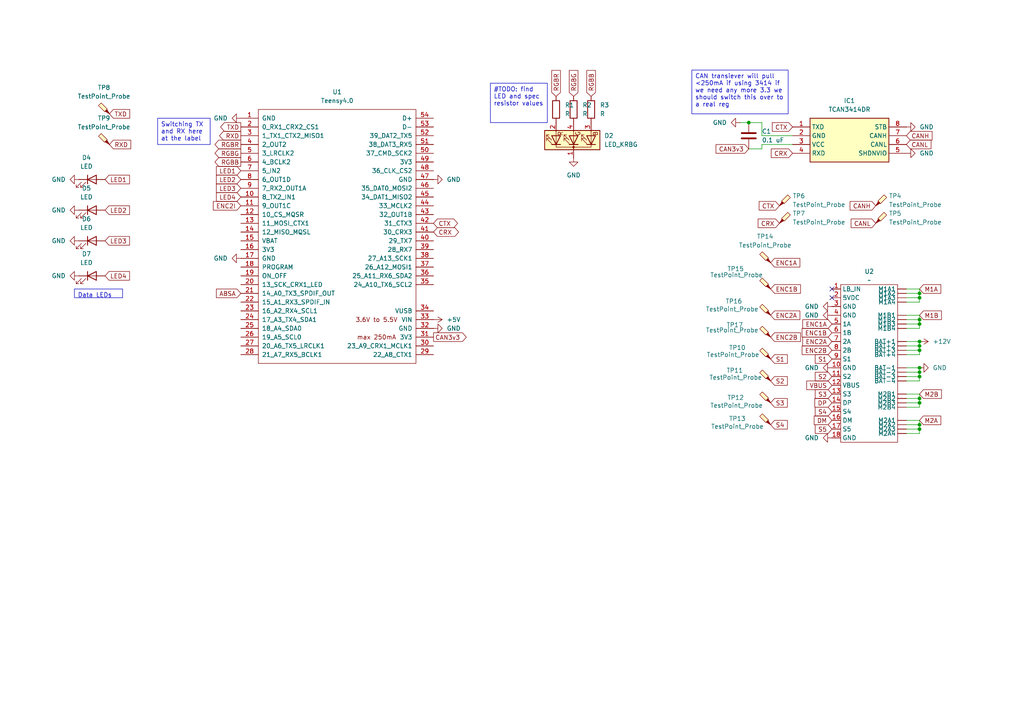
<source format=kicad_sch>
(kicad_sch (version 20231120) (generator "eeschema") (generator_version "8.0")
  (paper "A4")
  (lib_symbols
    (symbol "Connector:TestPoint_Probe" (pin_numbers hide) (pin_names (offset 0.762) hide)
      (property "Reference" "TP" (at 1.651 5.842 0))
      (property "Value" "TestPoint_Probe" (at 1.651 4.064 0))
      (symbol "TestPoint_Probe_0_1"
        (polyline (pts (xy 1.27 0.762) (xy 0 0) (xy 0.762 1.27) (xy 1.27 0.762)) (fill (type outline)))
        (polyline (pts (xy 1.397 0.635) (xy 0.635 1.397) (xy 2.413 3.175) (xy 3.175 2.413) (xy 1.397 0.635)) (fill (type background)))
      )
      (symbol "TestPoint_Probe_1_1"
        (pin passive line (at 0 0 90) (length 0) (name "1") (number "1"))
      )
    )
    (symbol "Device:C" (pin_numbers hide) (pin_names (offset 0.254))
      (property "Reference" "C" (at 0.635 2.54 0))
      (property "Value" "C" (at 0.635 -2.54 0))
      (symbol "C_0_1"
        (polyline (pts (xy -2.032 -0.762) (xy 2.032 -0.762)) (stroke (width 0.508)))
        (polyline (pts (xy -2.032 0.762) (xy 2.032 0.762)) (stroke (width 0.508)))
      )
      (symbol "C_1_1"
        (pin passive line (at 0 3.81 270) (length 2.794) (name "~") (number "1"))
        (pin passive line (at 0 -3.81 90) (length 2.794) (name "~") (number "2"))
      )
    )
    (symbol "Device:LED" (pin_numbers hide) (pin_names (offset 1.016) hide)
      (property "Reference" "D" (at 0 2.54 0))
      (property "Value" "LED" (at 0 -2.54 0))
      (symbol "LED_0_1"
        (polyline (pts (xy -1.27 -1.27) (xy -1.27 1.27)) (stroke (width 0.254)))
        (polyline (pts (xy -1.27 0) (xy 1.27 0)))
        (polyline (pts (xy 1.27 -1.27) (xy 1.27 1.27) (xy -1.27 0) (xy 1.27 -1.27)) (stroke (width 0.254)))
        (polyline (pts (xy -3.048 -0.762) (xy -4.572 -2.286) (xy -3.81 -2.286) (xy -4.572 -2.286) (xy -4.572 -1.524)))
        (polyline (pts (xy -1.778 -0.762) (xy -3.302 -2.286) (xy -2.54 -2.286) (xy -3.302 -2.286) (xy -3.302 -1.524)))
      )
      (symbol "LED_1_1"
        (pin passive line (at -3.81 0 0) (length 2.54) (name "K") (number "1"))
        (pin passive line (at 3.81 0 180) (length 2.54) (name "A") (number "2"))
      )
    )
    (symbol "Device:LED_KRBG" (pin_names (offset 0) hide)
      (property "Reference" "D" (at 0 9.398 0))
      (property "Value" "LED_KRBG" (at 0 -8.89 0))
      (symbol "LED_KRBG_0_0"
        (text "B" (at 1.905 -6.35 0) (effects (font (size 1.27 1.27))))
        (text "G" (at 1.905 -1.27 0) (effects (font (size 1.27 1.27))))
        (text "R" (at 1.905 3.81 0) (effects (font (size 1.27 1.27))))
      )
      (symbol "LED_KRBG_0_1"
        (circle (center -2.032 0) (radius 0.254) (fill (type outline)))
        (polyline (pts (xy -1.27 -5.08) (xy 1.27 -5.08)))
        (polyline (pts (xy -1.27 -3.81) (xy -1.27 -6.35)) (stroke (width 0.254)))
        (polyline (pts (xy -1.27 0) (xy -2.54 0)))
        (polyline (pts (xy -1.27 1.27) (xy -1.27 -1.27)) (stroke (width 0.254)))
        (polyline (pts (xy -1.27 5.08) (xy 1.27 5.08)))
        (polyline (pts (xy -1.27 6.35) (xy -1.27 3.81)) (stroke (width 0.254)))
        (polyline (pts (xy 1.27 -5.08) (xy 2.54 -5.08)))
        (polyline (pts (xy 1.27 0) (xy -1.27 0)))
        (polyline (pts (xy 1.27 0) (xy 2.54 0)))
        (polyline (pts (xy 1.27 5.08) (xy 2.54 5.08)))
        (polyline (pts (xy -1.27 1.27) (xy -1.27 -1.27) (xy -1.27 -1.27)))
        (polyline (pts (xy -1.27 6.35) (xy -1.27 3.81) (xy -1.27 3.81)))
        (polyline (pts (xy -1.27 5.08) (xy -2.032 5.08) (xy -2.032 -5.08) (xy -1.016 -5.08)))
        (polyline (pts (xy 1.27 -3.81) (xy 1.27 -6.35) (xy -1.27 -5.08) (xy 1.27 -3.81)) (stroke (width 0.254)))
        (polyline (pts (xy 1.27 1.27) (xy 1.27 -1.27) (xy -1.27 0) (xy 1.27 1.27)) (stroke (width 0.254)))
        (polyline (pts (xy 1.27 6.35) (xy 1.27 3.81) (xy -1.27 5.08) (xy 1.27 6.35)) (stroke (width 0.254)))
        (polyline (pts (xy -1.016 -3.81) (xy 0.508 -2.286) (xy -0.254 -2.286) (xy 0.508 -2.286) (xy 0.508 -3.048)))
        (polyline (pts (xy -1.016 1.27) (xy 0.508 2.794) (xy -0.254 2.794) (xy 0.508 2.794) (xy 0.508 2.032)))
        (polyline (pts (xy -1.016 6.35) (xy 0.508 7.874) (xy -0.254 7.874) (xy 0.508 7.874) (xy 0.508 7.112)))
        (polyline (pts (xy 0 -3.81) (xy 1.524 -2.286) (xy 0.762 -2.286) (xy 1.524 -2.286) (xy 1.524 -3.048)))
        (polyline (pts (xy 0 1.27) (xy 1.524 2.794) (xy 0.762 2.794) (xy 1.524 2.794) (xy 1.524 2.032)))
        (polyline (pts (xy 0 6.35) (xy 1.524 7.874) (xy 0.762 7.874) (xy 1.524 7.874) (xy 1.524 7.112)))
        (rectangle (start 1.27 -1.27) (end 1.27 1.27))
        (rectangle (start 1.27 1.27) (end 1.27 1.27))
        (rectangle (start 1.27 3.81) (end 1.27 6.35))
        (rectangle (start 1.27 6.35) (end 1.27 6.35))
        (rectangle (start 2.794 8.382) (end -2.794 -7.62) (stroke (width 0.254)) (fill (type background)))
      )
      (symbol "LED_KRBG_1_1"
        (pin passive line (at -5.08 0 0) (length 2.54) (name "K") (number "1"))
        (pin passive line (at 5.08 5.08 180) (length 2.54) (name "RA") (number "2"))
        (pin passive line (at 5.08 -5.08 180) (length 2.54) (name "BA") (number "3"))
        (pin passive line (at 5.08 0 180) (length 2.54) (name "GA") (number "4"))
      )
    )
    (symbol "Device:R" (pin_numbers hide) (pin_names (offset 0))
      (property "Reference" "R" (at 2.032 0 90))
      (property "Value" "R" (at 0 0 90))
      (symbol "R_0_1"
        (rectangle (start -1.016 -2.54) (end 1.016 2.54) (stroke (width 0.254)))
      )
      (symbol "R_1_1"
        (pin passive line (at 0 3.81 270) (length 1.27) (name "~") (number "1"))
        (pin passive line (at 0 -3.81 90) (length 1.27) (name "~") (number "2"))
      )
    )
    (symbol "TCAN3414DR:TCAN3414DR"
      (property "Reference" "IC" (at 29.21 7.62 0))
      (property "Value" "TCAN3414DR" (at 29.21 5.08 0))
      (symbol "TCAN3414DR_1_1"
        (rectangle (start 5.08 2.54) (end 27.94 -10.16) (stroke (width 0.254)) (fill (type background)))
        (pin passive line (at 0 0 0) (length 5.08) (name "TXD") (number "1"))
        (pin passive line (at 0 -2.54 0) (length 5.08) (name "GND") (number "2"))
        (pin passive line (at 0 -5.08 0) (length 5.08) (name "VCC") (number "3"))
        (pin passive line (at 0 -7.62 0) (length 5.08) (name "RXD") (number "4"))
        (pin passive line (at 33.02 -7.62 180) (length 5.08) (name "SHDNVIO") (number "5"))
        (pin passive line (at 33.02 -5.08 180) (length 5.08) (name "CANL") (number "6"))
        (pin passive line (at 33.02 -2.54 180) (length 5.08) (name "CANH") (number "7"))
        (pin passive line (at 33.02 0 180) (length 5.08) (name "STB") (number "8"))
      )
    )
    (symbol "power:+12V" (power) (pin_numbers hide) (pin_names (offset 0) hide)
      (property "Value" "+12V" (at 0 3.556 0))
      (symbol "+12V_0_1"
        (polyline (pts (xy -0.762 1.27) (xy 0 2.54)))
        (polyline (pts (xy 0 0) (xy 0 2.54)))
        (polyline (pts (xy 0 2.54) (xy 0.762 1.27)))
      )
      (symbol "+12V_1_1"
        (pin power_in line (at 0 0 90) (length 0) (name "~") (number "1"))
      )
    )
    (symbol "power:+5V" (power) (pin_numbers hide) (pin_names (offset 0) hide)
      (property "Value" "+5V" (at 0 3.556 0))
      (symbol "+5V_0_1"
        (polyline (pts (xy -0.762 1.27) (xy 0 2.54)))
        (polyline (pts (xy 0 0) (xy 0 2.54)))
        (polyline (pts (xy 0 2.54) (xy 0.762 1.27)))
      )
      (symbol "+5V_1_1"
        (pin power_in line (at 0 0 90) (length 0) (name "~") (number "1"))
      )
    )
    (symbol "power:GND" (power) (pin_numbers hide) (pin_names (offset 0) hide)
      (property "Value" "GND" (at 0 -3.81 0))
      (symbol "GND_0_1"
        (polyline (pts (xy 0 0) (xy 0 -1.27) (xy 1.27 -1.27) (xy 0 -2.54) (xy -1.27 -1.27) (xy 0 -1.27)))
      )
      (symbol "GND_1_1"
        (pin power_in line (at 0 0 270) (length 0) (name "~") (number "1"))
      )
    )
    (symbol "roboclaw:Roboclaw"
      (property "Reference" "U" (at -1.524 -1.27 0))
      (symbol "Roboclaw_0_1"
        (rectangle (start -7.62 -2.54) (end 8.89 -48.26))
      )
      (symbol "Roboclaw_1_1"
        (pin power_in line (at 11.43 -19.05 180) (length 2.54) (name "BAT+1") (number ""))
        (pin power_in line (at 11.43 -20.32 180) (length 2.54) (name "BAT+2") (number ""))
        (pin power_in line (at 11.43 -21.59 180) (length 2.54) (name "BAT+3") (number ""))
        (pin power_in line (at 11.43 -22.86 180) (length 2.54) (name "BAT+4") (number ""))
        (pin power_in line (at 11.43 -26.67 180) (length 2.54) (name "BAT-1") (number ""))
        (pin power_in line (at 11.43 -27.94 180) (length 2.54) (name "BAT-2") (number ""))
        (pin power_in line (at 11.43 -29.21 180) (length 2.54) (name "BAT-3") (number ""))
        (pin power_in line (at 11.43 -30.48 180) (length 2.54) (name "BAT-4") (number ""))
        (pin output line (at 11.43 -3.81 180) (length 2.54) (name "M1A1") (number ""))
        (pin output line (at 11.43 -5.08 180) (length 2.54) (name "M1A2") (number ""))
        (pin output line (at 11.43 -6.35 180) (length 2.54) (name "M1A3") (number ""))
        (pin output line (at 11.43 -7.62 180) (length 2.54) (name "M1A4") (number ""))
        (pin output line (at 11.43 -11.43 180) (length 2.54) (name "M1B1") (number ""))
        (pin output line (at 11.43 -12.7 180) (length 2.54) (name "M1B2") (number ""))
        (pin output line (at 11.43 -13.97 180) (length 2.54) (name "M1B3") (number ""))
        (pin output line (at 11.43 -15.24 180) (length 2.54) (name "M1B4") (number ""))
        (pin output line (at 11.43 -41.91 180) (length 2.54) (name "M2A1") (number ""))
        (pin output line (at 11.43 -43.18 180) (length 2.54) (name "M2A2") (number ""))
        (pin output line (at 11.43 -44.45 180) (length 2.54) (name "M2A3") (number ""))
        (pin output line (at 11.43 -45.72 180) (length 2.54) (name "M2A4") (number ""))
        (pin output line (at 11.43 -34.29 180) (length 2.54) (name "M2B1") (number ""))
        (pin output line (at 11.43 -35.56 180) (length 2.54) (name "M2B2") (number ""))
        (pin output line (at 11.43 -36.83 180) (length 2.54) (name "M2B3") (number ""))
        (pin output line (at 11.43 -38.1 180) (length 2.54) (name "M2B4") (number ""))
        (pin input line (at -10.16 -3.81 0) (length 2.54) (name "LB_IN") (number "1"))
        (pin input line (at -10.16 -26.67 0) (length 2.54) (name "GND") (number "10"))
        (pin input line (at -10.16 -29.21 0) (length 2.54) (name "S2") (number "11"))
        (pin input line (at -10.16 -31.75 0) (length 2.54) (name "VBUS") (number "12"))
        (pin input line (at -10.16 -34.29 0) (length 2.54) (name "S3") (number "13"))
        (pin input line (at -10.16 -36.83 0) (length 2.54) (name "DP") (number "14"))
        (pin input line (at -10.16 -39.37 0) (length 2.54) (name "S4") (number "15"))
        (pin input line (at -10.16 -41.91 0) (length 2.54) (name "DM") (number "16"))
        (pin input line (at -10.16 -44.45 0) (length 2.54) (name "S5") (number "17"))
        (pin input line (at -10.16 -46.99 0) (length 2.54) (name "GND") (number "18"))
        (pin power_out line (at -10.16 -6.35 0) (length 2.54) (name "5VDC") (number "2"))
        (pin power_out line (at -10.16 -8.89 0) (length 2.54) (name "GND") (number "3"))
        (pin power_out line (at -10.16 -11.43 0) (length 2.54) (name "GND") (number "4"))
        (pin input line (at -10.16 -13.97 0) (length 2.54) (name "1A") (number "5"))
        (pin input line (at -10.16 -16.51 0) (length 2.54) (name "1B") (number "6"))
        (pin input line (at -10.16 -19.05 0) (length 2.54) (name "2A") (number "7"))
        (pin input line (at -10.16 -21.59 0) (length 2.54) (name "2B") (number "8"))
        (pin input line (at -10.16 -24.13 0) (length 2.54) (name "S1") (number "9"))
      )
    )
    (symbol "teensy:Teensy4.0" (pin_names (offset 1.016))
      (property "Reference" "U" (at 0 39.37 0))
      (property "Value" "Teensy4.0" (at 0 -39.37 0))
      (symbol "Teensy4.0_0_0"
        (text "3.6V to 5.5V" (at 11.43 -24.13 0) (effects (font (size 1.27 1.27))))
        (text "max 250mA" (at 11.43 -29.21 0) (effects (font (size 1.27 1.27))))
        (pin bidirectional line (at -27.94 11.43 0) (length 5.08) (name "8_TX2_IN1") (number "10"))
        (pin bidirectional line (at -27.94 8.89 0) (length 5.08) (name "9_OUT1C") (number "11"))
        (pin bidirectional line (at -27.94 6.35 0) (length 5.08) (name "10_CS_MQSR") (number "12"))
        (pin bidirectional line (at -27.94 3.81 0) (length 5.08) (name "11_MOSI_CTX1") (number "13"))
        (pin bidirectional line (at -27.94 1.27 0) (length 5.08) (name "12_MISO_MQSL") (number "14"))
        (pin power_in line (at -27.94 -1.27 0) (length 5.08) (name "VBAT") (number "15"))
        (pin power_in line (at -27.94 -3.81 0) (length 5.08) (name "3V3") (number "16"))
        (pin power_in line (at -27.94 -6.35 0) (length 5.08) (name "GND") (number "17"))
        (pin input line (at -27.94 -8.89 0) (length 5.08) (name "PROGRAM") (number "18"))
        (pin input line (at -27.94 -11.43 0) (length 5.08) (name "ON_OFF") (number "19"))
        (pin bidirectional line (at -27.94 -13.97 0) (length 5.08) (name "13_SCK_CRX1_LED") (number "20"))
        (pin bidirectional line (at -27.94 -16.51 0) (length 5.08) (name "14_A0_TX3_SPDIF_OUT") (number "21"))
        (pin bidirectional line (at -27.94 -19.05 0) (length 5.08) (name "15_A1_RX3_SPDIF_IN") (number "22"))
        (pin bidirectional line (at -27.94 -21.59 0) (length 5.08) (name "16_A2_RX4_SCL1") (number "23"))
        (pin bidirectional line (at -27.94 -24.13 0) (length 5.08) (name "17_A3_TX4_SDA1") (number "24"))
        (pin bidirectional line (at -27.94 -26.67 0) (length 5.08) (name "18_A4_SDA0") (number "25"))
        (pin bidirectional line (at -27.94 -29.21 0) (length 5.08) (name "19_A5_SCL0") (number "26"))
        (pin bidirectional line (at -27.94 -31.75 0) (length 5.08) (name "20_A6_TX5_LRCLK1") (number "27"))
        (pin bidirectional line (at -27.94 -34.29 0) (length 5.08) (name "21_A7_RX5_BCLK1") (number "28"))
        (pin bidirectional line (at 27.94 -34.29 180) (length 5.08) (name "22_A8_CTX1") (number "29"))
        (pin bidirectional line (at 27.94 -31.75 180) (length 5.08) (name "23_A9_CRX1_MCLK1") (number "30"))
        (pin power_out line (at 27.94 -29.21 180) (length 5.08) (name "3V3") (number "31"))
        (pin power_in line (at 27.94 -26.67 180) (length 5.08) (name "GND") (number "32"))
        (pin power_in line (at 27.94 -24.13 180) (length 5.08) (name "VIN") (number "33"))
        (pin power_out line (at 27.94 -21.59 180) (length 5.08) (name "VUSB") (number "34"))
        (pin bidirectional line (at 27.94 -13.97 180) (length 5.08) (name "24_A10_TX6_SCL2") (number "35"))
        (pin bidirectional line (at 27.94 -11.43 180) (length 5.08) (name "25_A11_RX6_SDA2") (number "36"))
        (pin bidirectional line (at 27.94 -8.89 180) (length 5.08) (name "26_A12_MOSI1") (number "37"))
        (pin bidirectional line (at 27.94 -6.35 180) (length 5.08) (name "27_A13_SCK1") (number "38"))
        (pin bidirectional line (at 27.94 -3.81 180) (length 5.08) (name "28_RX7") (number "39"))
        (pin bidirectional line (at 27.94 -1.27 180) (length 5.08) (name "29_TX7") (number "40"))
        (pin bidirectional line (at 27.94 1.27 180) (length 5.08) (name "30_CRX3") (number "41"))
        (pin bidirectional line (at 27.94 3.81 180) (length 5.08) (name "31_CTX3") (number "42"))
        (pin bidirectional line (at 27.94 6.35 180) (length 5.08) (name "32_OUT1B") (number "43"))
        (pin bidirectional line (at 27.94 8.89 180) (length 5.08) (name "33_MCLK2") (number "44"))
        (pin bidirectional line (at 27.94 11.43 180) (length 5.08) (name "34_DAT1_MISO2") (number "45"))
        (pin bidirectional line (at 27.94 13.97 180) (length 5.08) (name "35_DAT0_MOSI2") (number "46"))
        (pin power_out line (at 27.94 16.51 180) (length 5.08) (name "GND") (number "47"))
        (pin bidirectional line (at 27.94 19.05 180) (length 5.08) (name "36_CLK_CS2") (number "48"))
        (pin power_out line (at 27.94 21.59 180) (length 5.08) (name "3V3") (number "49"))
        (pin bidirectional line (at -27.94 24.13 0) (length 5.08) (name "3_LRCLK2") (number "5"))
        (pin bidirectional line (at 27.94 24.13 180) (length 5.08) (name "37_CMD_SCK2") (number "50"))
        (pin bidirectional line (at 27.94 26.67 180) (length 5.08) (name "38_DAT3_RX5") (number "51"))
        (pin bidirectional line (at 27.94 29.21 180) (length 5.08) (name "39_DAT2_TX5") (number "52"))
        (pin bidirectional line (at 27.94 31.75 180) (length 5.08) (name "D-") (number "53"))
        (pin bidirectional line (at 27.94 34.29 180) (length 5.08) (name "D+") (number "54"))
        (pin bidirectional line (at -27.94 21.59 0) (length 5.08) (name "4_BCLK2") (number "6"))
        (pin bidirectional line (at -27.94 19.05 0) (length 5.08) (name "5_IN2") (number "7"))
        (pin bidirectional line (at -27.94 16.51 0) (length 5.08) (name "6_OUT1D") (number "8"))
        (pin bidirectional line (at -27.94 13.97 0) (length 5.08) (name "7_RX2_OUT1A") (number "9"))
      )
      (symbol "Teensy4.0_0_1"
        (rectangle (start -22.86 36.83) (end 22.86 -36.83))
        (rectangle (start -20.32 -31.75) (end -20.32 -31.75))
      )
      (symbol "Teensy4.0_1_1"
        (pin power_in line (at -27.94 34.29 0) (length 5.08) (name "GND") (number "1"))
        (pin bidirectional line (at -27.94 31.75 0) (length 5.08) (name "0_RX1_CRX2_CS1") (number "2"))
        (pin bidirectional line (at -27.94 29.21 0) (length 5.08) (name "1_TX1_CTX2_MISO1") (number "3"))
        (pin bidirectional line (at -27.94 26.67 0) (length 5.08) (name "2_OUT2") (number "4"))
      )
    )
  )
  (junction (at 217.17 35.56))
  (junction (at 266.7 86.36))
  (junction (at 266.7 107.95))
  (junction (at 266.7 100.33))
  (junction (at 266.7 101.6))
  (junction (at 266.7 123.19))
  (junction (at 266.7 85.09))
  (junction (at 266.7 109.22))
  (junction (at 266.7 106.68))
  (junction (at 266.7 124.46))
  (junction (at 266.7 116.84))
  (junction (at 266.7 115.57))
  (junction (at 266.7 99.06))
  (junction (at 266.7 92.71))
  (junction (at 266.7 93.98))
  (no_connect (at 241.3 83.82))
  (no_connect (at 241.3 86.36))
  (wire (pts (xy 262.89 121.92) (xy 266.7 121.92)))
  (wire (pts (xy 262.89 91.44) (xy 266.7 91.44)))
  (wire (pts (xy 262.89 123.19) (xy 266.7 123.19)))
  (wire (pts (xy 266.7 86.36) (xy 266.7 87.63)))
  (wire (pts (xy 220.98 41.91) (xy 229.87 41.91)))
  (wire (pts (xy 266.7 123.19) (xy 266.7 124.46)))
  (wire (pts (xy 262.89 92.71) (xy 266.7 92.71)))
  (wire (pts (xy 217.17 35.56) (xy 220.98 35.56)))
  (wire (pts (xy 262.89 116.84) (xy 266.7 116.84)))
  (wire (pts (xy 266.7 116.84) (xy 266.7 118.11)))
  (wire (pts (xy 266.7 114.3) (xy 266.7 115.57)))
  (wire (pts (xy 266.7 93.98) (xy 266.7 95.25)))
  (wire (pts (xy 262.89 125.73) (xy 266.7 125.73)))
  (wire (pts (xy 262.89 118.11) (xy 266.7 118.11)))
  (wire (pts (xy 262.89 99.06) (xy 266.7 99.06)))
  (wire (pts (xy 262.89 93.98) (xy 266.7 93.98)))
  (wire (pts (xy 266.7 107.95) (xy 266.7 109.22)))
  (wire (pts (xy 266.7 121.92) (xy 266.7 123.19)))
  (wire (pts (xy 266.7 100.33) (xy 266.7 101.6)))
  (wire (pts (xy 266.7 124.46) (xy 266.7 125.73)))
  (wire (pts (xy 262.89 102.87) (xy 266.7 102.87)))
  (wire (pts (xy 262.89 107.95) (xy 266.7 107.95)))
  (wire (pts (xy 262.89 83.82) (xy 266.7 83.82)))
  (wire (pts (xy 262.89 106.68) (xy 266.7 106.68)))
  (wire (pts (xy 262.89 124.46) (xy 266.7 124.46)))
  (wire (pts (xy 262.89 87.63) (xy 266.7 87.63)))
  (wire (pts (xy 266.7 115.57) (xy 266.7 116.84)))
  (wire (pts (xy 266.7 99.06) (xy 266.7 100.33)))
  (wire (pts (xy 262.89 115.57) (xy 266.7 115.57)))
  (wire (pts (xy 220.98 39.37) (xy 229.87 39.37)))
  (wire (pts (xy 262.89 114.3) (xy 266.7 114.3)))
  (wire (pts (xy 262.89 86.36) (xy 266.7 86.36)))
  (wire (pts (xy 214.63 35.56) (xy 217.17 35.56)))
  (wire (pts (xy 266.7 109.22) (xy 266.7 110.49)))
  (wire (pts (xy 266.7 83.82) (xy 266.7 85.09)))
  (wire (pts (xy 220.98 35.56) (xy 220.98 39.37)))
  (wire (pts (xy 217.17 43.18) (xy 220.98 43.18)))
  (wire (pts (xy 262.89 110.49) (xy 266.7 110.49)))
  (wire (pts (xy 262.89 85.09) (xy 266.7 85.09)))
  (wire (pts (xy 262.89 95.25) (xy 266.7 95.25)))
  (wire (pts (xy 262.89 109.22) (xy 266.7 109.22)))
  (wire (pts (xy 266.7 92.71) (xy 266.7 93.98)))
  (wire (pts (xy 266.7 91.44) (xy 266.7 92.71)))
  (wire (pts (xy 266.7 106.68) (xy 266.7 107.95)))
  (wire (pts (xy 266.7 85.09) (xy 266.7 86.36)))
  (wire (pts (xy 266.7 101.6) (xy 266.7 102.87)))
  (wire (pts (xy 262.89 101.6) (xy 266.7 101.6)))
  (wire (pts (xy 262.89 100.33) (xy 266.7 100.33)))
  (wire (pts (xy 220.98 43.18) (xy 220.98 41.91)))
  (text_box "CAN transiever will pull <250mA if using 3414 if we need any more 3.3 we should switch this over to a real reg\n" (at 200.66 20.32 0) (size 27.94 12.7) (effects (font (size 1.27 1.27)) (justify left top)))
  (text_box "Data LEDs" (at 21.59 83.82 0) (size 13.97 2.54) (effects (font (size 1.27 1.27)) (justify left top)))
  (text_box "Switching TX and RX here at the label" (exclude_from_sim yes) (at 45.72 34.29 0) (size 15.24 7.62) (effects (font (size 1.27 1.27)) (justify left top)))
  (text_box "#TODO: find LED and spec resistor values\n" (at 142.24 24.13 0) (size 16.51 11.43) (effects (font (size 1.27 1.27)) (justify left top)))
  (global_label "S2" (shape input) (at 223.52 110.49 0) (property "Intersheetrefs" "${INTERSHEET_REFS}" (effects (hide yes))))
  (global_label "RXD" (shape output) (at 69.85 39.37 180) (property "Intersheetrefs" "${INTERSHEET_REFS}" (effects (hide yes))))
  (global_label "CTX" (shape input) (at 226.06 59.69 180) (property "Intersheetrefs" "${INTERSHEET_REFS}" (effects (hide yes))))
  (global_label "RGBG" (shape output) (at 69.85 44.45 180) (property "Intersheetrefs" "${INTERSHEET_REFS}" (effects (hide yes))))
  (global_label "CTX" (shape bidirectional) (at 125.73 64.77 0) (property "Intersheetrefs" "${INTERSHEET_REFS}" (effects (hide yes))))
  (global_label "CRX" (shape input) (at 229.87 44.45 180) (property "Intersheetrefs" "${INTERSHEET_REFS}" (effects (hide yes))))
  (global_label "LED2" (shape input) (at 69.85 52.07 180) (property "Intersheetrefs" "${INTERSHEET_REFS}" (effects (hide yes))))
  (global_label "ENC2B" (shape input) (at 241.3 101.6 180) (property "Intersheetrefs" "${INTERSHEET_REFS}" (effects (hide yes))))
  (global_label "RGBR" (shape output) (at 69.85 41.91 180) (property "Intersheetrefs" "${INTERSHEET_REFS}" (effects (hide yes))))
  (global_label "CTX" (shape input) (at 229.87 36.83 180) (property "Intersheetrefs" "${INTERSHEET_REFS}" (effects (hide yes))))
  (global_label "DP" (shape input) (at 241.3 116.84 180) (property "Intersheetrefs" "${INTERSHEET_REFS}" (effects (hide yes))))
  (global_label "CAN3v3" (shape input) (at 217.17 43.18 180) (property "Intersheetrefs" "${INTERSHEET_REFS}" (effects (hide yes))))
  (global_label "RGBR" (shape input) (at 161.29 27.94 90) (property "Intersheetrefs" "${INTERSHEET_REFS}" (effects (hide yes))))
  (global_label "S2" (shape input) (at 241.3 109.22 180) (property "Intersheetrefs" "${INTERSHEET_REFS}" (effects (hide yes))))
  (global_label "M2B" (shape input) (at 266.7 114.3 0) (property "Intersheetrefs" "${INTERSHEET_REFS}" (effects (hide yes))))
  (global_label "LED4" (shape input) (at 69.85 57.15 180) (property "Intersheetrefs" "${INTERSHEET_REFS}" (effects (hide yes))))
  (global_label "CANL" (shape input) (at 262.89 41.91 0) (property "Intersheetrefs" "${INTERSHEET_REFS}" (effects (hide yes))))
  (global_label "LED3" (shape input) (at 30.48 69.85 0) (property "Intersheetrefs" "${INTERSHEET_REFS}" (effects (hide yes))))
  (global_label "LED3" (shape input) (at 69.85 54.61 180) (property "Intersheetrefs" "${INTERSHEET_REFS}" (effects (hide yes))))
  (global_label "TXD" (shape output) (at 69.85 36.83 180) (property "Intersheetrefs" "${INTERSHEET_REFS}" (effects (hide yes))))
  (global_label "M2A" (shape input) (at 266.7 121.92 0) (property "Intersheetrefs" "${INTERSHEET_REFS}" (effects (hide yes))))
  (global_label "TXD" (shape input) (at 31.75 33.02 0) (property "Intersheetrefs" "${INTERSHEET_REFS}" (effects (hide yes))))
  (global_label "RGBB" (shape output) (at 69.85 46.99 180) (property "Intersheetrefs" "${INTERSHEET_REFS}" (effects (hide yes))))
  (global_label "S1" (shape input) (at 241.3 104.14 180) (property "Intersheetrefs" "${INTERSHEET_REFS}" (effects (hide yes))))
  (global_label "CANH" (shape input) (at 262.89 39.37 0) (property "Intersheetrefs" "${INTERSHEET_REFS}" (effects (hide yes))))
  (global_label "M1A" (shape input) (at 266.7 83.82 0) (property "Intersheetrefs" "${INTERSHEET_REFS}" (effects (hide yes))))
  (global_label "ENC2I" (shape input) (at 69.85 59.69 180) (property "Intersheetrefs" "${INTERSHEET_REFS}" (effects (hide yes))))
  (global_label "ENC2A" (shape input) (at 223.52 91.44 0) (property "Intersheetrefs" "${INTERSHEET_REFS}" (effects (hide yes))))
  (global_label "ENC2B" (shape input) (at 223.52 97.79 0) (property "Intersheetrefs" "${INTERSHEET_REFS}" (effects (hide yes))))
  (global_label "CRX" (shape input) (at 226.06 64.77 180) (property "Intersheetrefs" "${INTERSHEET_REFS}" (effects (hide yes))))
  (global_label "DM" (shape input) (at 241.3 121.92 180) (property "Intersheetrefs" "${INTERSHEET_REFS}" (effects (hide yes))))
  (global_label "ABSA" (shape input) (at 69.85 85.09 180) (property "Intersheetrefs" "${INTERSHEET_REFS}" (effects (hide yes))))
  (global_label "ENC2A" (shape input) (at 241.3 99.06 180) (property "Intersheetrefs" "${INTERSHEET_REFS}" (effects (hide yes))))
  (global_label "LED1" (shape input) (at 69.85 49.53 180) (property "Intersheetrefs" "${INTERSHEET_REFS}" (effects (hide yes))))
  (global_label "LED1" (shape input) (at 30.48 52.07 0) (property "Intersheetrefs" "${INTERSHEET_REFS}" (effects (hide yes))))
  (global_label "S4" (shape input) (at 241.3 119.38 180) (property "Intersheetrefs" "${INTERSHEET_REFS}" (effects (hide yes))))
  (global_label "S3" (shape input) (at 241.3 114.3 180) (property "Intersheetrefs" "${INTERSHEET_REFS}" (effects (hide yes))))
  (global_label "S5" (shape input) (at 241.3 124.46 180) (property "Intersheetrefs" "${INTERSHEET_REFS}" (effects (hide yes))))
  (global_label "M1B" (shape input) (at 266.7 91.44 0) (property "Intersheetrefs" "${INTERSHEET_REFS}" (effects (hide yes))))
  (global_label "CANH" (shape input) (at 254 59.69 180) (property "Intersheetrefs" "${INTERSHEET_REFS}" (effects (hide yes))))
  (global_label "ENC1A" (shape input) (at 241.3 93.98 180) (property "Intersheetrefs" "${INTERSHEET_REFS}" (effects (hide yes))))
  (global_label "LED2" (shape input) (at 30.48 60.96 0) (property "Intersheetrefs" "${INTERSHEET_REFS}" (effects (hide yes))))
  (global_label "RGBB" (shape input) (at 171.45 27.94 90) (property "Intersheetrefs" "${INTERSHEET_REFS}" (effects (hide yes))))
  (global_label "ENC1B" (shape input) (at 223.52 83.82 0) (property "Intersheetrefs" "${INTERSHEET_REFS}" (effects (hide yes))))
  (global_label "ENC1B" (shape input) (at 241.3 96.52 180) (property "Intersheetrefs" "${INTERSHEET_REFS}" (effects (hide yes))))
  (global_label "RGBG" (shape input) (at 166.37 27.94 90) (property "Intersheetrefs" "${INTERSHEET_REFS}" (effects (hide yes))))
  (global_label "CRX" (shape bidirectional) (at 125.73 67.31 0) (property "Intersheetrefs" "${INTERSHEET_REFS}" (effects (hide yes))))
  (global_label "CAN3v3" (shape output) (at 125.73 97.79 0) (property "Intersheetrefs" "${INTERSHEET_REFS}" (effects (hide yes))))
  (global_label "VBUS" (shape input) (at 241.3 111.76 180) (property "Intersheetrefs" "${INTERSHEET_REFS}" (effects (hide yes))))
  (global_label "RXD" (shape input) (at 31.75 41.91 0) (property "Intersheetrefs" "${INTERSHEET_REFS}" (effects (hide yes))))
  (global_label "S3" (shape input) (at 223.52 116.84 0) (property "Intersheetrefs" "${INTERSHEET_REFS}" (effects (hide yes))))
  (global_label "ENC1A" (shape input) (at 223.52 76.2 0) (property "Intersheetrefs" "${INTERSHEET_REFS}" (effects (hide yes))))
  (global_label "LED4" (shape input) (at 30.48 80.01 0) (property "Intersheetrefs" "${INTERSHEET_REFS}" (effects (hide yes))))
  (global_label "S1" (shape input) (at 223.52 104.14 0) (property "Intersheetrefs" "${INTERSHEET_REFS}" (effects (hide yes))))
  (global_label "CANL" (shape input) (at 254 64.77 180) (property "Intersheetrefs" "${INTERSHEET_REFS}" (effects (hide yes))))
  (global_label "S4" (shape input) (at 223.52 123.19 0) (property "Intersheetrefs" "${INTERSHEET_REFS}" (effects (hide yes))))
  (symbol (lib_id "power:GND") (at 262.89 36.83 90) (unit 1)
    (property "Reference" "#PWR07" (effects (hide yes)))
    (property "Value" "GND" (at 266.7 36.8299 90) (effects (justify right)))
    (property "Description" "Power symbol creates a global label with name \"GND\" , ground" (effects (hide yes)))
  )
  (symbol (lib_id "TCAN3414DR:TCAN3414DR") (at 229.87 36.83 0) (unit 1)
    (property "Reference" "IC1" (at 246.38 29.21 0))
    (property "Value" "TCAN3414DR" (at 246.38 31.75 0))
    (property "Footprint" "SOIC127P600X175-8N" (effects (hide yes)))
    (property "Datasheet" "https://www.ti.com/lit/ds/symlink/tcan3414.pdf?ts=1713723144569&ref_url=https%253A%252F%252Fwww.mouser.ch%252F" (effects (hide yes)))
    (property "Description" "3.3-V CAN FD transceiver with shut-down and standby mode" (effects (hide yes)))
    (property "Height" "1.75" (effects (hide yes)))
    (property "Mouser Part Number" "595-TCAN3414DR" (effects (hide yes)))
    (property "Mouser Price/Stock" "https://www.mouser.co.uk/ProductDetail/Texas-Instruments/TCAN3414DR?qs=mELouGlnn3egF2AojRJddw%3D%3D" (effects (hide yes)))
    (property "Manufacturer_Name" "Texas Instruments" (effects (hide yes)))
    (property "Manufacturer_Part_Number" "TCAN3414DR" (effects (hide yes)))
  )
  (symbol (lib_id "Device:R") (at 171.45 31.75 0) (unit 1)
    (property "Reference" "R3" (at 173.99 30.4799 0) (effects (justify left)))
    (property "Value" "R" (at 173.99 33.0199 0) (effects (justify left)))
    (property "Description" "Resistor" (effects (hide yes)))
  )
  (symbol (lib_id "power:+5V") (at 125.73 92.71 270) (unit 1)
    (property "Reference" "#PWR013" (effects (hide yes)))
    (property "Value" "+5V" (at 129.54 92.7099 90) (effects (justify left)))
    (property "Description" "Power symbol creates a global label with name \"+5V\"" (effects (hide yes)))
  )
  (symbol (lib_id "power:GND") (at 69.85 34.29 270) (unit 1)
    (property "Reference" "#PWR015" (effects (hide yes)))
    (property "Value" "GND" (at 66.04 34.2899 90) (effects (justify right)))
    (property "Description" "Power symbol creates a global label with name \"GND\" , ground" (effects (hide yes)))
  )
  (symbol (lib_id "power:GND") (at 22.86 60.96 270) (unit 1)
    (property "Reference" "#PWR030" (effects (hide yes)))
    (property "Value" "GND" (at 19.05 60.9599 90) (effects (justify right)))
    (property "Description" "Power symbol creates a global label with name \"GND\" , ground" (effects (hide yes)))
  )
  (symbol (lib_id "Connector:TestPoint_Probe") (at 223.52 97.79 90) (unit 1)
    (property "Reference" "TP17" (at 213.106 94.234 90))
    (property "Value" "TestPoint_Probe" (at 212.344 95.758 90))
    (property "Description" "test point (alternative probe-style design)" (effects (hide yes)))
  )
  (symbol (lib_id "Connector:TestPoint_Probe") (at 223.52 116.84 90) (unit 1)
    (property "Reference" "TP12" (at 213.36 115.316 90))
    (property "Value" "TestPoint_Probe" (at 213.614 117.602 90))
    (property "Description" "test point (alternative probe-style design)" (effects (hide yes)))
  )
  (symbol (lib_id "Connector:TestPoint_Probe") (at 226.06 59.69 0) (unit 1)
    (property "Reference" "TP6" (at 229.87 56.8324 0) (effects (justify left)))
    (property "Value" "TestPoint_Probe" (at 229.87 59.3724 0) (effects (justify left)))
    (property "Description" "test point (alternative probe-style design)" (effects (hide yes)))
  )
  (symbol (lib_id "power:GND") (at 22.86 69.85 270) (unit 1)
    (property "Reference" "#PWR031" (effects (hide yes)))
    (property "Value" "GND" (at 19.05 69.8499 90) (effects (justify right)))
    (property "Description" "Power symbol creates a global label with name \"GND\" , ground" (effects (hide yes)))
  )
  (symbol (lib_id "Device:R") (at 166.37 31.75 0) (unit 1)
    (property "Reference" "R2" (at 168.91 30.4799 0) (effects (justify left)))
    (property "Value" "R" (at 168.91 33.0199 0) (effects (justify left)))
    (property "Description" "Resistor" (effects (hide yes)))
  )
  (symbol (lib_id "power:+12V") (at 266.7 99.06 270) (unit 1)
    (property "Reference" "#PWR025" (effects (hide yes)))
    (property "Value" "+12V" (at 270.51 99.0599 90) (effects (justify left)))
    (property "Description" "Power symbol creates a global label with name \"+12V\"" (effects (hide yes)))
  )
  (symbol (lib_id "power:GND") (at 22.86 80.01 270) (unit 1)
    (property "Reference" "#PWR032" (effects (hide yes)))
    (property "Value" "GND" (at 19.05 80.0099 90) (effects (justify right)))
    (property "Description" "Power symbol creates a global label with name \"GND\" , ground" (effects (hide yes)))
  )
  (symbol (lib_id "power:GND") (at 241.3 127 270) (unit 1)
    (property "Reference" "#PWR028" (effects (hide yes)))
    (property "Value" "GND" (at 237.49 126.9999 90) (effects (justify right)))
    (property "Description" "Power symbol creates a global label with name \"GND\" , ground" (effects (hide yes)))
  )
  (symbol (lib_id "power:GND") (at 125.73 52.07 90) (unit 1)
    (property "Reference" "#PWR014" (effects (hide yes)))
    (property "Value" "GND" (at 129.54 52.0699 90) (effects (justify right)))
    (property "Description" "Power symbol creates a global label with name \"GND\" , ground" (effects (hide yes)))
  )
  (symbol (lib_id "Connector:TestPoint_Probe") (at 226.06 64.77 0) (unit 1)
    (property "Reference" "TP7" (at 229.87 61.9124 0) (effects (justify left)))
    (property "Value" "TestPoint_Probe" (at 229.87 64.4524 0) (effects (justify left)))
    (property "Description" "test point (alternative probe-style design)" (effects (hide yes)))
  )
  (symbol (lib_id "power:GND") (at 125.73 95.25 90) (unit 1)
    (property "Reference" "#PWR012" (effects (hide yes)))
    (property "Value" "GND" (at 129.54 95.2499 90) (effects (justify right)))
    (property "Description" "Power symbol creates a global label with name \"GND\" , ground" (effects (hide yes)))
  )
  (symbol (lib_id "Connector:TestPoint_Probe") (at 254 64.77 0) (unit 1)
    (property "Reference" "TP5" (at 257.81 61.9124 0) (effects (justify left)))
    (property "Value" "TestPoint_Probe" (at 257.81 64.4524 0) (effects (justify left)))
    (property "Description" "test point (alternative probe-style design)" (effects (hide yes)))
  )
  (symbol (lib_id "power:GND") (at 166.37 45.72 0) (unit 1)
    (property "Reference" "#PWR010" (effects (hide yes)))
    (property "Value" "GND" (at 166.37 50.8 0))
    (property "Description" "Power symbol creates a global label with name \"GND\" , ground" (effects (hide yes)))
  )
  (symbol (lib_id "Device:LED") (at 26.67 80.01 0) (unit 1)
    (property "Reference" "D7" (at 25.0825 73.66 0))
    (property "Value" "LED" (at 25.0825 76.2 0))
    (property "Description" "Light emitting diode" (effects (hide yes)))
  )
  (symbol (lib_id "Connector:TestPoint_Probe") (at 223.52 91.44 90) (unit 1)
    (property "Reference" "TP16" (at 212.852 87.376 90))
    (property "Value" "TestPoint_Probe" (at 212.344 89.662 90))
    (property "Description" "test point (alternative probe-style design)" (effects (hide yes)))
  )
  (symbol (lib_id "power:GND") (at 69.85 74.93 270) (unit 1)
    (property "Reference" "#PWR016" (effects (hide yes)))
    (property "Value" "GND" (at 66.04 74.9299 90) (effects (justify right)))
    (property "Description" "Power symbol creates a global label with name \"GND\" , ground" (effects (hide yes)))
  )
  (symbol (lib_id "Device:LED") (at 26.67 52.07 0) (unit 1)
    (property "Reference" "D4" (at 25.0825 45.72 0))
    (property "Value" "LED" (at 25.0825 48.26 0))
    (property "Description" "Light emitting diode" (effects (hide yes)))
  )
  (symbol (lib_id "Connector:TestPoint_Probe") (at 223.52 76.2 90) (unit 1)
    (property "Reference" "TP14" (at 221.9325 68.58 90))
    (property "Value" "TestPoint_Probe" (at 221.9325 71.12 90))
    (property "Description" "test point (alternative probe-style design)" (effects (hide yes)))
  )
  (symbol (lib_id "Connector:TestPoint_Probe") (at 223.52 83.82 90) (unit 1)
    (property "Reference" "TP15" (at 213.36 77.978 90))
    (property "Value" "TestPoint_Probe" (at 213.614 79.756 90))
    (property "Description" "test point (alternative probe-style design)" (effects (hide yes)))
  )
  (symbol (lib_id "Device:LED_KRBG") (at 166.37 40.64 90) (unit 1)
    (property "Reference" "D2" (at 175.26 39.3699 90) (effects (justify right)))
    (property "Value" "LED_KRBG" (at 175.26 41.9099 90) (effects (justify right)))
    (property "Description" "RGB LED, cathode/red/blue/green" (effects (hide yes)))
  )
  (symbol (lib_id "power:GND") (at 262.89 44.45 90) (unit 1)
    (property "Reference" "#PWR08" (effects (hide yes)))
    (property "Value" "GND" (at 266.7 44.4499 90) (effects (justify right)))
    (property "Description" "Power symbol creates a global label with name \"GND\" , ground" (effects (hide yes)))
  )
  (symbol (lib_id "power:GND") (at 22.86 52.07 270) (unit 1)
    (property "Reference" "#PWR029" (effects (hide yes)))
    (property "Value" "GND" (at 19.05 52.0699 90) (effects (justify right)))
    (property "Description" "Power symbol creates a global label with name \"GND\" , ground" (effects (hide yes)))
  )
  (symbol (lib_id "power:GND") (at 241.3 91.44 270) (unit 1)
    (property "Reference" "#PWR024" (effects (hide yes)))
    (property "Value" "GND" (at 237.49 91.4399 90) (effects (justify right)))
    (property "Description" "Power symbol creates a global label with name \"GND\" , ground" (effects (hide yes)))
  )
  (symbol (lib_id "power:GND") (at 214.63 35.56 270) (unit 1)
    (property "Reference" "#PWR09" (effects (hide yes)))
    (property "Value" "GND" (at 210.82 35.56 90) (effects (justify right)))
    (property "Description" "Power symbol creates a global label with name \"GND\" , ground" (effects (hide yes)))
  )
  (symbol (lib_id "Device:LED") (at 26.67 69.85 0) (unit 1)
    (property "Reference" "D6" (at 25.0825 63.5 0))
    (property "Value" "LED" (at 25.0825 66.04 0))
    (property "Description" "Light emitting diode" (effects (hide yes)))
  )
  (symbol (lib_id "Connector:TestPoint_Probe") (at 254 59.69 0) (unit 1)
    (property "Reference" "TP4" (at 257.81 56.8324 0) (effects (justify left)))
    (property "Value" "TestPoint_Probe" (at 257.81 59.3724 0) (effects (justify left)))
    (property "Description" "test point (alternative probe-style design)" (effects (hide yes)))
  )
  (symbol (lib_id "power:GND") (at 241.3 88.9 270) (unit 1)
    (property "Reference" "#PWR023" (effects (hide yes)))
    (property "Value" "GND" (at 237.49 88.8999 90) (effects (justify right)))
    (property "Description" "Power symbol creates a global label with name \"GND\" , ground" (effects (hide yes)))
  )
  (symbol (lib_id "Device:R") (at 161.29 31.75 0) (unit 1)
    (property "Reference" "R1" (at 163.83 30.4799 0) (effects (justify left)))
    (property "Value" "R" (at 163.83 33.0199 0) (effects (justify left)))
    (property "Description" "Resistor" (effects (hide yes)))
  )
  (symbol (lib_id "teensy:Teensy4.0") (at 97.79 68.58 0) (unit 1)
    (property "Reference" "U1" (at 97.79 26.67 0))
    (property "Value" "Teensy4.0" (at 97.79 29.21 0))
  )
  (symbol (lib_id "Connector:TestPoint_Probe") (at 31.75 41.91 90) (unit 1)
    (property "Reference" "TP9" (at 30.1625 34.29 90))
    (property "Value" "TestPoint_Probe" (at 30.1625 36.83 90))
    (property "Description" "test point (alternative probe-style design)" (effects (hide yes)))
  )
  (symbol (lib_id "Connector:TestPoint_Probe") (at 223.52 110.49 90) (unit 1)
    (property "Reference" "TP11" (at 213.106 107.442 90))
    (property "Value" "TestPoint_Probe" (at 213.36 109.474 90))
    (property "Description" "test point (alternative probe-style design)" (effects (hide yes)))
  )
  (symbol (lib_id "Device:LED") (at 26.67 60.96 0) (unit 1)
    (property "Reference" "D5" (at 25.0825 54.61 0))
    (property "Value" "LED" (at 25.0825 57.15 0))
    (property "Description" "Light emitting diode" (effects (hide yes)))
  )
  (symbol (lib_id "power:GND") (at 266.7 106.68 90) (unit 1)
    (property "Reference" "#PWR027" (effects (hide yes)))
    (property "Value" "GND" (at 270.51 106.6799 90) (effects (justify right)))
    (property "Description" "Power symbol creates a global label with name \"GND\" , ground" (effects (hide yes)))
  )
  (symbol (lib_id "Connector:TestPoint_Probe") (at 223.52 104.14 90) (unit 1)
    (property "Reference" "TP10" (at 213.868 100.838 90))
    (property "Value" "TestPoint_Probe" (at 212.598 102.87 90))
    (property "Description" "test point (alternative probe-style design)" (effects (hide yes)))
  )
  (symbol (lib_id "Connector:TestPoint_Probe") (at 223.52 123.19 90) (unit 1)
    (property "Reference" "TP13" (at 213.868 121.412 90))
    (property "Value" "TestPoint_Probe" (at 213.868 123.698 90))
    (property "Description" "test point (alternative probe-style design)" (effects (hide yes)))
  )
  (symbol (lib_id "power:GND") (at 241.3 106.68 270) (unit 1)
    (property "Reference" "#PWR026" (effects (hide yes)))
    (property "Value" "GND" (at 237.49 106.6799 90) (effects (justify right)))
    (property "Description" "Power symbol creates a global label with name \"GND\" , ground" (effects (hide yes)))
  )
  (symbol (lib_id "Connector:TestPoint_Probe") (at 31.75 33.02 90) (unit 1)
    (property "Reference" "TP8" (at 30.1625 25.4 90))
    (property "Value" "TestPoint_Probe" (at 30.1625 27.94 90))
    (property "Description" "test point (alternative probe-style design)" (effects (hide yes)))
  )
  (symbol (lib_id "roboclaw:Roboclaw") (at 251.46 80.01 0) (unit 1)
    (property "Reference" "U2" (at 252.1243 78.74 0))
    (property "Value" "~" (at 252.1243 81.28 0))
  )
  (symbol (lib_id "Device:C") (at 217.17 39.37 0) (unit 1)
    (property "Reference" "C1" (at 220.98 38.0999 0) (effects (justify left)))
    (property "Value" "0.1 uF" (at 220.98 40.6399 0) (effects (justify left)))
    (property "Description" "Unpolarized capacitor" (effects (hide yes)))
  )
)
</source>
